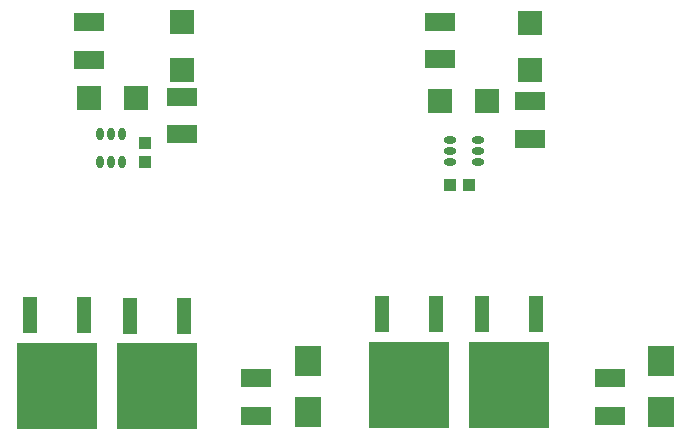
<source format=gtp>
G04*
G04 #@! TF.GenerationSoftware,Altium Limited,Altium Designer,21.6.4 (81)*
G04*
G04 Layer_Color=8421504*
%FSLAX25Y25*%
%MOIN*%
G70*
G04*
G04 #@! TF.SameCoordinates,725644BE-5CAA-454B-8F19-4296BE5BC7E9*
G04*
G04*
G04 #@! TF.FilePolarity,Positive*
G04*
G01*
G75*
%ADD13R,0.26772X0.28740*%
%ADD14R,0.04921X0.12008*%
%ADD15O,0.02362X0.04331*%
%ADD16O,0.04331X0.02362*%
%ADD17R,0.03937X0.04134*%
%ADD18R,0.04134X0.03937*%
%ADD19R,0.09055X0.09843*%
%ADD20R,0.07874X0.07874*%
%ADD21R,0.09843X0.05906*%
%ADD22R,0.07874X0.07874*%
D13*
X128700Y-161077D02*
D03*
X246014Y-160622D02*
D03*
X212498D02*
D03*
X95184Y-161022D02*
D03*
D14*
X119684Y-137455D02*
D03*
X137716D02*
D03*
X236998Y-137000D02*
D03*
X255030D02*
D03*
X203483D02*
D03*
X221514D02*
D03*
X104200Y-137400D02*
D03*
X86168D02*
D03*
D15*
X117000Y-76900D02*
D03*
X113260D02*
D03*
X109520D02*
D03*
Y-86152D02*
D03*
X113260D02*
D03*
X117000D02*
D03*
D16*
X226352Y-86340D02*
D03*
Y-82600D02*
D03*
Y-78860D02*
D03*
X235604D02*
D03*
Y-82600D02*
D03*
Y-86340D02*
D03*
D17*
X124500Y-79850D02*
D03*
Y-86150D02*
D03*
D18*
X226350Y-94000D02*
D03*
X232650D02*
D03*
D19*
X179000Y-152579D02*
D03*
Y-169509D02*
D03*
X296500Y-152613D02*
D03*
Y-169542D02*
D03*
D20*
X121600Y-65000D02*
D03*
X105852D02*
D03*
X238600Y-66000D02*
D03*
X222852D02*
D03*
D21*
X136952Y-64480D02*
D03*
Y-77000D02*
D03*
X161500Y-158422D02*
D03*
Y-170942D02*
D03*
X252878Y-78500D02*
D03*
Y-65980D02*
D03*
X222852Y-39480D02*
D03*
Y-52000D02*
D03*
X279500Y-158422D02*
D03*
Y-170942D02*
D03*
X105852Y-52120D02*
D03*
Y-39600D02*
D03*
D22*
X252878Y-55728D02*
D03*
Y-39980D02*
D03*
X136952Y-39720D02*
D03*
Y-55468D02*
D03*
M02*

</source>
